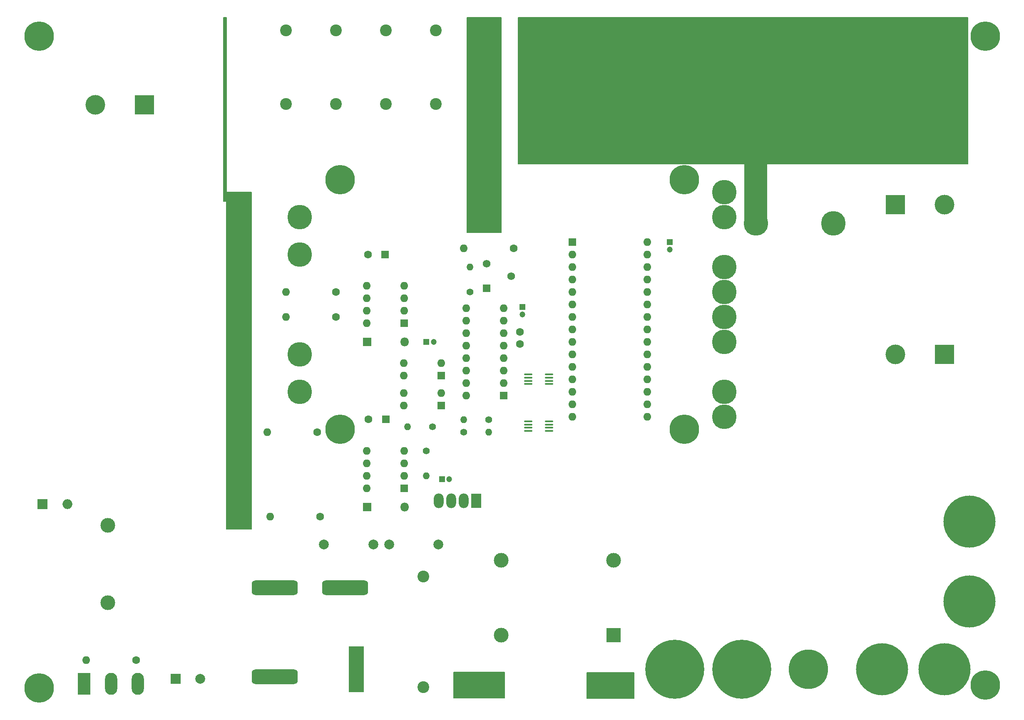
<source format=gbr>
%TF.GenerationSoftware,KiCad,Pcbnew,7.0.2*%
%TF.CreationDate,2023-08-05T13:01:47+02:00*%
%TF.ProjectId,supersmymps v2,73757065-7273-46d7-996d-70732076322e,rev?*%
%TF.SameCoordinates,Original*%
%TF.FileFunction,Soldermask,Top*%
%TF.FilePolarity,Negative*%
%FSLAX46Y46*%
G04 Gerber Fmt 4.6, Leading zero omitted, Abs format (unit mm)*
G04 Created by KiCad (PCBNEW 7.0.2) date 2023-08-05 13:01:47*
%MOMM*%
%LPD*%
G01*
G04 APERTURE LIST*
G04 Aperture macros list*
%AMRoundRect*
0 Rectangle with rounded corners*
0 $1 Rounding radius*
0 $2 $3 $4 $5 $6 $7 $8 $9 X,Y pos of 4 corners*
0 Add a 4 corners polygon primitive as box body*
4,1,4,$2,$3,$4,$5,$6,$7,$8,$9,$2,$3,0*
0 Add four circle primitives for the rounded corners*
1,1,$1+$1,$2,$3*
1,1,$1+$1,$4,$5*
1,1,$1+$1,$6,$7*
1,1,$1+$1,$8,$9*
0 Add four rect primitives between the rounded corners*
20,1,$1+$1,$2,$3,$4,$5,0*
20,1,$1+$1,$4,$5,$6,$7,0*
20,1,$1+$1,$6,$7,$8,$9,0*
20,1,$1+$1,$8,$9,$2,$3,0*%
G04 Aperture macros list end*
%ADD10C,0.150000*%
%ADD11R,4.000000X4.000000*%
%ADD12C,4.000000*%
%ADD13C,5.000000*%
%ADD14C,1.400000*%
%ADD15O,1.400000X1.400000*%
%ADD16C,0.800000*%
%ADD17C,6.000000*%
%ADD18R,2.500000X4.500000*%
%ADD19O,2.500000X4.500000*%
%ADD20C,1.600000*%
%ADD21O,1.600000X1.600000*%
%ADD22C,2.300000*%
%ADD23C,2.400000*%
%ADD24C,12.000000*%
%ADD25R,4.500000X2.500000*%
%ADD26O,4.500000X2.500000*%
%ADD27C,8.000000*%
%ADD28R,1.200000X1.200000*%
%ADD29C,1.200000*%
%ADD30R,1.600000X1.600000*%
%ADD31RoundRect,0.100000X-0.712500X-0.100000X0.712500X-0.100000X0.712500X0.100000X-0.712500X0.100000X0*%
%ADD32C,10.600000*%
%ADD33R,1.560000X1.560000*%
%ADD34C,1.560000*%
%ADD35R,3.000000X3.000000*%
%ADD36C,3.000000*%
%ADD37R,2.000000X2.000000*%
%ADD38C,2.000000*%
%ADD39R,1.800000X1.800000*%
%ADD40O,1.800000X1.800000*%
%ADD41O,2.000000X2.000000*%
%ADD42R,3.010000X9.360000*%
%ADD43RoundRect,0.752500X3.927500X0.752500X-3.927500X0.752500X-3.927500X-0.752500X3.927500X-0.752500X0*%
%ADD44R,2.000000X3.000000*%
%ADD45O,2.000000X3.000000*%
G04 APERTURE END LIST*
D10*
X121282500Y-20000000D02*
X212722500Y-20000000D01*
X212722500Y-49845000D01*
X121282500Y-49845000D01*
X121282500Y-20000000D01*
G36*
X121282500Y-20000000D02*
G01*
X212722500Y-20000000D01*
X212722500Y-49845000D01*
X121282500Y-49845000D01*
X121282500Y-20000000D01*
G37*
X108160000Y-153270000D02*
X118425000Y-153270000D01*
X118425000Y-158510000D01*
X108160000Y-158510000D01*
X108160000Y-153270000D01*
G36*
X108160000Y-153270000D02*
G01*
X118425000Y-153270000D01*
X118425000Y-158510000D01*
X108160000Y-158510000D01*
X108160000Y-153270000D01*
G37*
X61275000Y-20000000D02*
X61910000Y-20000000D01*
X61910000Y-57465000D01*
X61275000Y-57465000D01*
X61275000Y-20000000D01*
G36*
X61275000Y-20000000D02*
G01*
X61910000Y-20000000D01*
X61910000Y-57465000D01*
X61275000Y-57465000D01*
X61275000Y-20000000D01*
G37*
X167320000Y-49845000D02*
X171765000Y-49845000D01*
X171765000Y-62545000D01*
X167320000Y-62545000D01*
X167320000Y-49845000D01*
G36*
X167320000Y-49845000D02*
G01*
X171765000Y-49845000D01*
X171765000Y-62545000D01*
X167320000Y-62545000D01*
X167320000Y-49845000D01*
G37*
X135200000Y-153350000D02*
X144830000Y-153350000D01*
X144830000Y-158590000D01*
X135200000Y-158590000D01*
X135200000Y-153350000D01*
G36*
X135200000Y-153350000D02*
G01*
X144830000Y-153350000D01*
X144830000Y-158590000D01*
X135200000Y-158590000D01*
X135200000Y-153350000D01*
G37*
X110805000Y-20000000D02*
X117790000Y-20000000D01*
X117790000Y-63815000D01*
X110805000Y-63815000D01*
X110805000Y-20000000D01*
G36*
X110805000Y-20000000D02*
G01*
X117790000Y-20000000D01*
X117790000Y-63815000D01*
X110805000Y-63815000D01*
X110805000Y-20000000D01*
G37*
X61910000Y-55560000D02*
X66990000Y-55560000D01*
X66990000Y-124140000D01*
X61910000Y-124140000D01*
X61910000Y-55560000D01*
G36*
X61910000Y-55560000D02*
G01*
X66990000Y-55560000D01*
X66990000Y-124140000D01*
X61910000Y-124140000D01*
X61910000Y-55560000D01*
G37*
D11*
%TO.C,C8*%
X45240000Y-37780000D03*
D12*
X35240000Y-37780000D03*
%TD*%
D13*
%TO.C,L2*%
X169580000Y-61910000D03*
X185380000Y-61910000D03*
%TD*%
D14*
%TO.C,R4*%
X110170000Y-104455000D03*
D15*
X115250000Y-104455000D03*
%TD*%
D16*
%TO.C,REF\u002A\u002A*%
X213965000Y-155890000D03*
X214624010Y-154299010D03*
X214624010Y-157480990D03*
X216215000Y-153640000D03*
D17*
X216215000Y-155890000D03*
D16*
X216215000Y-158140000D03*
X217805990Y-154299010D03*
X217805990Y-157480990D03*
X218465000Y-155890000D03*
%TD*%
D14*
%TO.C,R6*%
X102550000Y-108265000D03*
D15*
X102550000Y-113345000D03*
%TD*%
D14*
%TO.C,R5*%
X111440000Y-75880000D03*
D15*
X111440000Y-70800000D03*
%TD*%
D18*
%TO.C,D6*%
X196530000Y-36510000D03*
D19*
X201980000Y-36510000D03*
X207430000Y-36510000D03*
%TD*%
D20*
%TO.C,R11*%
X80960000Y-121600000D03*
D21*
X70800000Y-121600000D03*
%TD*%
D20*
%TO.C,C5*%
X121600000Y-86508000D03*
X121600000Y-84008000D03*
%TD*%
D22*
%TO.C,F1*%
X141545000Y-155890000D03*
X136345000Y-155890000D03*
X115745000Y-155890000D03*
X110545000Y-155890000D03*
%TD*%
D16*
%TO.C,REF\u002A\u002A*%
X213965000Y-23810000D03*
X214624010Y-22219010D03*
X214624010Y-25400990D03*
X216215000Y-21560000D03*
D17*
X216215000Y-23810000D03*
D16*
X216215000Y-26060000D03*
X217805990Y-22219010D03*
X217805990Y-25400990D03*
X218465000Y-23810000D03*
%TD*%
D23*
%TO.C,C16*%
X73975000Y-22660000D03*
X73975000Y-37660000D03*
%TD*%
D24*
%TO.C,H2*%
X166685000Y-152715000D03*
%TD*%
D25*
%TO.C,Q3*%
X64450000Y-86145000D03*
D26*
X64450000Y-80695000D03*
X64450000Y-75245000D03*
%TD*%
D27*
%TO.C,H3*%
X180235000Y-152715000D03*
%TD*%
D28*
%TO.C,C10*%
X105725000Y-113980000D03*
D29*
X107225000Y-113980000D03*
%TD*%
D28*
%TO.C,C1*%
X122108000Y-78952000D03*
D29*
X122108000Y-80452000D03*
%TD*%
D30*
%TO.C,U5*%
X98095000Y-82220000D03*
D21*
X98095000Y-79680000D03*
X98095000Y-77140000D03*
X98095000Y-74600000D03*
X90475000Y-74600000D03*
X90475000Y-77140000D03*
X90475000Y-79680000D03*
X90475000Y-82220000D03*
%TD*%
D25*
%TO.C,Q4*%
X64450000Y-103925000D03*
D26*
X64450000Y-98475000D03*
X64450000Y-93025000D03*
%TD*%
D20*
%TO.C,R3*%
X43495000Y-150810000D03*
D21*
X33335000Y-150810000D03*
%TD*%
D30*
%TO.C,C12*%
X94296651Y-101788000D03*
D20*
X90796651Y-101788000D03*
%TD*%
D11*
%TO.C,C17*%
X197960000Y-58100000D03*
D12*
X207960000Y-58100000D03*
%TD*%
D20*
%TO.C,R10*%
X80325000Y-104455000D03*
D21*
X70165000Y-104455000D03*
%TD*%
D31*
%TO.C,U7*%
X123297500Y-92685000D03*
X123297500Y-93335000D03*
X123297500Y-93985000D03*
X123297500Y-94635000D03*
X127522500Y-94635000D03*
X127522500Y-93985000D03*
X127522500Y-93335000D03*
X127522500Y-92685000D03*
%TD*%
D11*
%TO.C,C18*%
X207960000Y-88580000D03*
D12*
X197960000Y-88580000D03*
%TD*%
D30*
%TO.C,A1*%
X132278000Y-65720000D03*
D21*
X132278000Y-68260000D03*
X132278000Y-70800000D03*
X132278000Y-73340000D03*
X132278000Y-75880000D03*
X132278000Y-78420000D03*
X132278000Y-80960000D03*
X132278000Y-83500000D03*
X132278000Y-86040000D03*
X132278000Y-88580000D03*
X132278000Y-91120000D03*
X132278000Y-93660000D03*
X132278000Y-96200000D03*
X132278000Y-98740000D03*
X132278000Y-101280000D03*
X147518000Y-101280000D03*
X147518000Y-98740000D03*
X147518000Y-96200000D03*
X147518000Y-93660000D03*
X147518000Y-91120000D03*
X147518000Y-88580000D03*
X147518000Y-86040000D03*
X147518000Y-83500000D03*
X147518000Y-80960000D03*
X147518000Y-78420000D03*
X147518000Y-75880000D03*
X147518000Y-73340000D03*
X147518000Y-70800000D03*
X147518000Y-68260000D03*
X147518000Y-65720000D03*
%TD*%
D30*
%TO.C,U4*%
X105588000Y-92903000D03*
D21*
X105588000Y-90363000D03*
X97968000Y-90363000D03*
X97968000Y-92903000D03*
%TD*%
D24*
%TO.C,H1*%
X153135000Y-152715000D03*
%TD*%
D32*
%TO.C,H7*%
X213040000Y-138872000D03*
%TD*%
D14*
%TO.C,R7*%
X103820000Y-103312000D03*
D15*
X98740000Y-103312000D03*
%TD*%
D25*
%TO.C,Q5*%
X64450000Y-121705000D03*
D26*
X64450000Y-116255000D03*
X64450000Y-110805000D03*
%TD*%
D20*
%TO.C,R1*%
X120330000Y-66990000D03*
D21*
X110170000Y-66990000D03*
%TD*%
D33*
%TO.C,RV1*%
X114788000Y-75165000D03*
D34*
X119788000Y-72665000D03*
X114788000Y-70165000D03*
%TD*%
D14*
%TO.C,R2*%
X115250000Y-101915000D03*
D15*
X110170000Y-101915000D03*
%TD*%
D23*
%TO.C,C13*%
X104455000Y-22660000D03*
X104455000Y-37660000D03*
%TD*%
D32*
%TO.C,H6*%
X213040000Y-122616000D03*
%TD*%
D28*
%TO.C,C7*%
X152080000Y-65720000D03*
D29*
X152080000Y-67220000D03*
%TD*%
D18*
%TO.C,Q1*%
X32976000Y-155636000D03*
D19*
X38426000Y-155636000D03*
X43876000Y-155636000D03*
%TD*%
D35*
%TO.C,FL1*%
X140650000Y-145730000D03*
D36*
X140650000Y-130490000D03*
X117790000Y-130490000D03*
X117790000Y-145730000D03*
%TD*%
D37*
%TO.C,C6*%
X51576000Y-154620000D03*
D38*
X56576000Y-154620000D03*
%TD*%
D30*
%TO.C,U2*%
X118288000Y-96947000D03*
D21*
X118288000Y-94407000D03*
X118288000Y-91867000D03*
X118288000Y-89327000D03*
X118288000Y-86787000D03*
X118288000Y-84247000D03*
X118288000Y-81707000D03*
X118288000Y-79167000D03*
X110668000Y-79167000D03*
X110668000Y-81707000D03*
X110668000Y-84247000D03*
X110668000Y-86787000D03*
X110668000Y-89327000D03*
X110668000Y-91867000D03*
X110668000Y-94407000D03*
X110668000Y-96947000D03*
%TD*%
D20*
%TO.C,R9*%
X84135000Y-80960000D03*
D21*
X73975000Y-80960000D03*
%TD*%
D31*
%TO.C,U8*%
X123297500Y-102210000D03*
X123297500Y-102860000D03*
X123297500Y-103510000D03*
X123297500Y-104160000D03*
X127522500Y-104160000D03*
X127522500Y-103510000D03*
X127522500Y-102860000D03*
X127522500Y-102210000D03*
%TD*%
D39*
%TO.C,D4*%
X90485000Y-119695000D03*
D40*
X98105000Y-119695000D03*
%TD*%
D30*
%TO.C,U3*%
X105588000Y-98999000D03*
D21*
X105588000Y-96459000D03*
X97968000Y-96459000D03*
X97968000Y-98999000D03*
%TD*%
D30*
%TO.C,C11*%
X94168000Y-68260000D03*
D20*
X90668000Y-68260000D03*
%TD*%
D38*
%TO.C,C3*%
X105010000Y-127315000D03*
X95010000Y-127315000D03*
%TD*%
%TO.C,C4*%
X81755000Y-127315000D03*
X91755000Y-127315000D03*
%TD*%
D30*
%TO.C,U6*%
X98095000Y-115875000D03*
D21*
X98095000Y-113335000D03*
X98095000Y-110795000D03*
X98095000Y-108255000D03*
X90475000Y-108255000D03*
X90475000Y-110795000D03*
X90475000Y-113335000D03*
X90475000Y-115875000D03*
%TD*%
D23*
%TO.C,C2*%
X101915000Y-156345000D03*
X101915000Y-133845000D03*
%TD*%
%TO.C,C15*%
X84135000Y-22660000D03*
X84135000Y-37660000D03*
%TD*%
D37*
%TO.C,D2*%
X24445000Y-119060000D03*
D41*
X29525000Y-119060000D03*
%TD*%
D32*
%TO.C,H4*%
X207960000Y-152715000D03*
%TD*%
D20*
%TO.C,R8*%
X84135000Y-75880000D03*
D21*
X73975000Y-75880000D03*
%TD*%
D23*
%TO.C,C14*%
X94295000Y-22660000D03*
X94295000Y-37660000D03*
%TD*%
D39*
%TO.C,D3*%
X90485000Y-86040000D03*
D40*
X98105000Y-86040000D03*
%TD*%
D16*
%TO.C,REF\u002A\u002A*%
X21560000Y-23810000D03*
X22219010Y-22219010D03*
X22219010Y-25400990D03*
X23810000Y-21560000D03*
D17*
X23810000Y-23810000D03*
D16*
X23810000Y-26060000D03*
X25400990Y-22219010D03*
X25400990Y-25400990D03*
X26060000Y-23810000D03*
%TD*%
D32*
%TO.C,H5*%
X195260000Y-152715000D03*
%TD*%
D17*
%TO.C,T1*%
X85000000Y-53020000D03*
X85000000Y-103820000D03*
X155000000Y-53020000D03*
X155000000Y-103820000D03*
D13*
X76820000Y-60640000D03*
X76820000Y-68260000D03*
X76820000Y-88580000D03*
X76820000Y-96200000D03*
X163180000Y-55560000D03*
X163180000Y-60640000D03*
X163180000Y-70800000D03*
X163180000Y-75880000D03*
X163180000Y-80960000D03*
X163180000Y-86040000D03*
X163180000Y-96200000D03*
X163180000Y-101280000D03*
%TD*%
D36*
%TO.C,L1*%
X37780000Y-123352000D03*
X37780000Y-139152000D03*
%TD*%
D16*
%TO.C,REF\u002A\u002A*%
X21560000Y-156525000D03*
X22219010Y-154934010D03*
X22219010Y-158115990D03*
X23810000Y-154275000D03*
D17*
X23810000Y-156525000D03*
D16*
X23810000Y-158775000D03*
X25400990Y-154934010D03*
X25400990Y-158115990D03*
X26060000Y-156525000D03*
%TD*%
D42*
%TO.C,D1*%
X88340000Y-152715000D03*
D43*
X71740000Y-154215000D03*
X71740000Y-136115000D03*
X86040000Y-136115000D03*
%TD*%
D28*
%TO.C,C9*%
X102550000Y-86040000D03*
D29*
X104050000Y-86040000D03*
%TD*%
D18*
%TO.C,D5*%
X125410000Y-36510000D03*
D19*
X130860000Y-36510000D03*
X136310000Y-36510000D03*
%TD*%
D25*
%TO.C,Q2*%
X64450000Y-69000000D03*
D26*
X64450000Y-63550000D03*
X64450000Y-58100000D03*
%TD*%
D18*
%TO.C,D7*%
X143190000Y-36510000D03*
D19*
X148640000Y-36510000D03*
X154090000Y-36510000D03*
%TD*%
D18*
%TO.C,D8*%
X178750000Y-36510000D03*
D19*
X184200000Y-36510000D03*
X189650000Y-36510000D03*
%TD*%
D16*
%TO.C,REF\u002A\u002A*%
X112075000Y-60005000D03*
X112734010Y-58414010D03*
X112734010Y-61595990D03*
X114325000Y-57755000D03*
D17*
X114325000Y-60005000D03*
D16*
X114325000Y-62255000D03*
X115915990Y-58414010D03*
X115915990Y-61595990D03*
X116575000Y-60005000D03*
%TD*%
D18*
%TO.C,D9*%
X160970000Y-36510000D03*
D19*
X166420000Y-36510000D03*
X171870000Y-36510000D03*
%TD*%
D44*
%TO.C,U1*%
X112710000Y-118425000D03*
D45*
X110170000Y-118425000D03*
X107630000Y-118425000D03*
X105090000Y-118425000D03*
%TD*%
M02*

</source>
